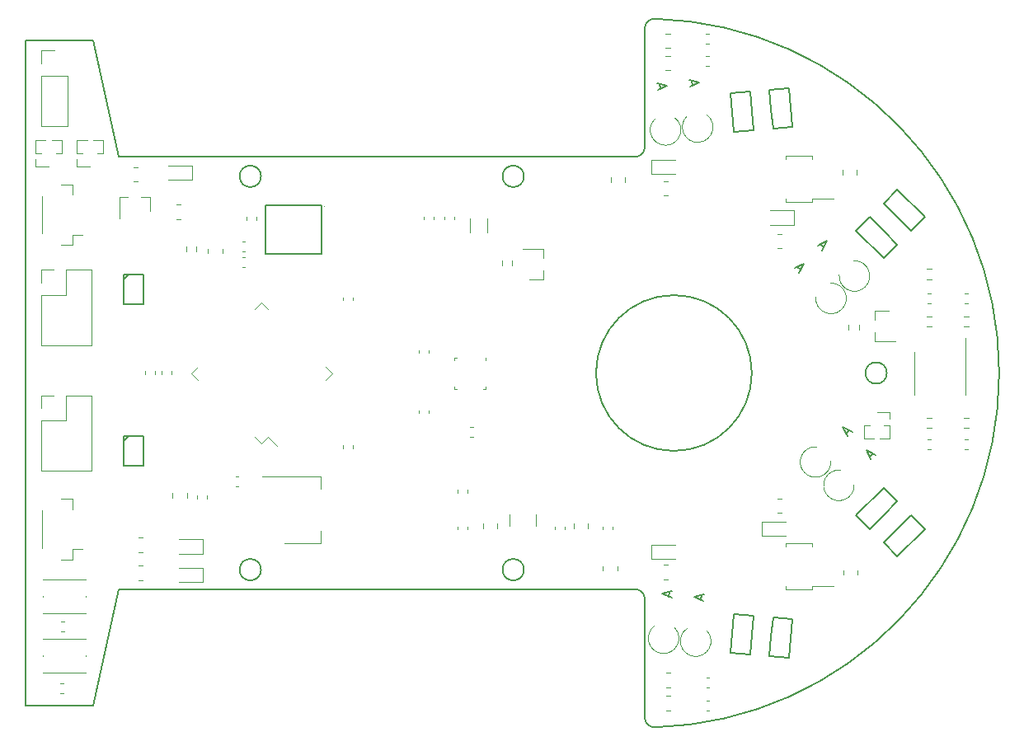
<source format=gbr>
%TF.GenerationSoftware,KiCad,Pcbnew,(5.1.7)-1*%
%TF.CreationDate,2021-11-24T18:57:27+09:00*%
%TF.ProjectId,Quatro,51756174-726f-42e6-9b69-6361645f7063,0*%
%TF.SameCoordinates,Original*%
%TF.FileFunction,Legend,Top*%
%TF.FilePolarity,Positive*%
%FSLAX46Y46*%
G04 Gerber Fmt 4.6, Leading zero omitted, Abs format (unit mm)*
G04 Created by KiCad (PCBNEW (5.1.7)-1) date 2021-11-24 18:57:27*
%MOMM*%
%LPD*%
G01*
G04 APERTURE LIST*
%TA.AperFunction,Profile*%
%ADD10C,0.200000*%
%TD*%
%ADD11C,0.120000*%
%ADD12C,0.127000*%
%ADD13C,0.100000*%
%ADD14C,0.150000*%
G04 APERTURE END LIST*
D10*
X170788838Y-58175084D02*
G75*
G02*
X170788843Y-130946030I-1028246J-36385473D01*
G01*
X169760594Y-71360558D02*
X169760594Y-59174685D01*
X110760595Y-60360557D02*
X113160593Y-60360557D01*
X157360593Y-114760556D02*
G75*
G03*
X157360593Y-114760556I-1100001J0D01*
G01*
X169760593Y-129946429D02*
X169760593Y-117760555D01*
X106160594Y-128760556D02*
X106160593Y-60360557D01*
X169760595Y-71360555D02*
G75*
G02*
X168760594Y-72360558I-1000002J-1D01*
G01*
X197128428Y-79950000D02*
X198542640Y-78535786D01*
X106160593Y-60360557D02*
X110760595Y-60360557D01*
X130360596Y-114760557D02*
G75*
G03*
X130360596Y-114760557I-1100001J0D01*
G01*
X195714214Y-78535787D02*
X197128428Y-79950000D01*
X194300000Y-77121573D02*
X195714214Y-78535787D01*
X180760595Y-94560557D02*
G75*
G03*
X180760595Y-94560557I-8000001J0D01*
G01*
X157360594Y-74360558D02*
G75*
G03*
X157360594Y-74360558I-1100001J0D01*
G01*
X130360597Y-74360557D02*
G75*
G03*
X130360597Y-74360557I-1100000J0D01*
G01*
X169760595Y-59174687D02*
G75*
G02*
X170788841Y-58175085I999999J2D01*
G01*
X170788842Y-130946030D02*
G75*
G02*
X169760593Y-129946429I-28249J999601D01*
G01*
X115760595Y-72360558D02*
X168760594Y-72360558D01*
X113160593Y-60360557D02*
X115760595Y-72360558D01*
X168760592Y-116760556D02*
G75*
G02*
X169760593Y-117760555I1J-1000000D01*
G01*
X113160595Y-128760558D02*
X106160594Y-128760556D01*
X115760595Y-116760556D02*
X113160595Y-128760558D01*
X168760593Y-116760556D02*
X115760595Y-116760556D01*
X195714214Y-107756901D02*
X194299999Y-106342687D01*
X180764400Y-67643148D02*
X180938710Y-69635540D01*
X184923487Y-69286914D02*
X184574865Y-65302137D01*
X182756788Y-67468837D02*
X182931100Y-69461226D01*
X182582477Y-65476446D02*
X182756788Y-67468837D01*
X194626591Y-94560557D02*
G75*
G03*
X194626591Y-94560557I-1099998J0D01*
G01*
X192885787Y-78535787D02*
X194300000Y-79950000D01*
X195714214Y-75707359D02*
X194300000Y-77121573D01*
X184574865Y-123818979D02*
X182582477Y-123644667D01*
X178946321Y-69809849D02*
X178597697Y-65825070D01*
X194300001Y-111999541D02*
X195714214Y-110585328D01*
X180938710Y-69635540D02*
X178946321Y-69809849D01*
X195714214Y-110585328D02*
X197128427Y-109171114D01*
X182931100Y-69461226D02*
X184923487Y-69286914D01*
X182931100Y-119659889D02*
X184923489Y-119834198D01*
X178597697Y-65825070D02*
X180590087Y-65650759D01*
X194300000Y-82778427D02*
X191471573Y-79950000D01*
X191471573Y-109171112D02*
X192885787Y-110585327D01*
X178597699Y-123296044D02*
X180590088Y-123470356D01*
X180938709Y-119485577D02*
X178946320Y-119311265D01*
X191471573Y-79950000D02*
X192885787Y-78535787D01*
X184923489Y-119834198D02*
X184574865Y-123818979D01*
X195714214Y-81364214D02*
X194300000Y-82778427D01*
X198542642Y-110585327D02*
X195714215Y-113413756D01*
X194299999Y-106342687D02*
X191471573Y-109171112D01*
X184574865Y-65302137D02*
X182582477Y-65476446D01*
X180590088Y-123470356D02*
X180764398Y-121477967D01*
X178946320Y-119311265D02*
X178597699Y-123296044D01*
X198542640Y-78535786D02*
X195714214Y-75707359D01*
X182582477Y-123644667D02*
X182756788Y-121652278D01*
X180764398Y-121477967D02*
X180938709Y-119485577D01*
X182756788Y-121652278D02*
X182931100Y-119659889D01*
X195714215Y-113413756D02*
X194300001Y-111999541D01*
X197128427Y-109171114D02*
X198542642Y-110585327D01*
X194300000Y-109171114D02*
X195714214Y-107756901D01*
X192885787Y-110585327D02*
X194300000Y-109171114D01*
X180590087Y-65650759D02*
X180764400Y-67643148D01*
X194300000Y-79950000D02*
X195714214Y-81364214D01*
D11*
%TO.C,U6*%
X153430000Y-93240000D02*
X153430000Y-92990000D01*
X150210000Y-96210000D02*
X150460000Y-96210000D01*
X150210000Y-95960000D02*
X150210000Y-96210000D01*
X150210000Y-92990000D02*
X150460000Y-92990000D01*
X150210000Y-93240000D02*
X150210000Y-92990000D01*
X153430000Y-96210000D02*
X153180000Y-96210000D01*
X153430000Y-95960000D02*
X153430000Y-96210000D01*
D12*
%TO.C,U5*%
X130850000Y-77300000D02*
X136550000Y-77300000D01*
X136550000Y-77300000D02*
X136550000Y-82300000D01*
X136550000Y-82300000D02*
X130850000Y-82300000D01*
X130850000Y-82300000D02*
X130850000Y-77300000D01*
D13*
X136850000Y-77450000D02*
G75*
G03*
X136850000Y-77450000I-50000J0D01*
G01*
D11*
%TO.C,22p1*%
X202623733Y-87440000D02*
X202916267Y-87440000D01*
X202623733Y-86420000D02*
X202916267Y-86420000D01*
%TO.C,22p2*%
X199126267Y-86420000D02*
X198833733Y-86420000D01*
X199126267Y-87440000D02*
X198833733Y-87440000D01*
%TO.C,22p3*%
X199126267Y-101390000D02*
X198833733Y-101390000D01*
X199126267Y-102410000D02*
X198833733Y-102410000D01*
%TO.C,22p4*%
X202623733Y-101390000D02*
X202916267Y-101390000D01*
X202623733Y-102410000D02*
X202916267Y-102410000D01*
%TO.C,C1*%
X176346267Y-60730000D02*
X176053733Y-60730000D01*
X176346267Y-59710000D02*
X176053733Y-59710000D01*
%TO.C,C2*%
X176346267Y-62990000D02*
X176053733Y-62990000D01*
X176346267Y-61970000D02*
X176053733Y-61970000D01*
%TO.C,C3*%
X176366267Y-126840000D02*
X176073733Y-126840000D01*
X176366267Y-125820000D02*
X176073733Y-125820000D01*
%TO.C,C4*%
X176366267Y-129200000D02*
X176073733Y-129200000D01*
X176366267Y-128180000D02*
X176073733Y-128180000D01*
%TO.C,C5*%
X150530000Y-106563733D02*
X150530000Y-106856267D01*
X151550000Y-106563733D02*
X151550000Y-106856267D01*
%TO.C,C6*%
X151853733Y-100090000D02*
X152146267Y-100090000D01*
X151853733Y-101110000D02*
X152146267Y-101110000D01*
%TO.C,C7*%
X147560000Y-92496267D02*
X147560000Y-92203733D01*
X146540000Y-92496267D02*
X146540000Y-92203733D01*
%TO.C,C8*%
X128890000Y-78553733D02*
X128890000Y-78846267D01*
X129910000Y-78553733D02*
X129910000Y-78846267D01*
%TO.C,C9*%
X147560000Y-98403733D02*
X147560000Y-98696267D01*
X146540000Y-98403733D02*
X146540000Y-98696267D01*
%TO.C,C10*%
X151550000Y-110606267D02*
X151550000Y-110313733D01*
X150530000Y-110606267D02*
X150530000Y-110313733D01*
%TO.C,C11*%
X160540000Y-110606267D02*
X160540000Y-110313733D01*
X161560000Y-110606267D02*
X161560000Y-110313733D01*
%TO.C,C12*%
X148110000Y-78477133D02*
X148110000Y-78769667D01*
X147090000Y-78477133D02*
X147090000Y-78769667D01*
%TO.C,C13*%
X149200000Y-78477133D02*
X149200000Y-78769667D01*
X150220000Y-78477133D02*
X150220000Y-78769667D01*
%TO.C,C14*%
X166490000Y-110606267D02*
X166490000Y-110313733D01*
X165470000Y-110606267D02*
X165470000Y-110313733D01*
%TO.C,C15*%
X110046267Y-126420000D02*
X109753733Y-126420000D01*
X110046267Y-127440000D02*
X109753733Y-127440000D01*
%TO.C,C16*%
X128726267Y-81040000D02*
X128433733Y-81040000D01*
X128726267Y-82060000D02*
X128433733Y-82060000D01*
%TO.C,C17*%
X128046267Y-105190000D02*
X127753733Y-105190000D01*
X128046267Y-106210000D02*
X127753733Y-106210000D01*
%TO.C,C18*%
X138790000Y-86803733D02*
X138790000Y-87096267D01*
X139810000Y-86803733D02*
X139810000Y-87096267D01*
%TO.C,C19*%
X119510000Y-94353733D02*
X119510000Y-94646267D01*
X118490000Y-94353733D02*
X118490000Y-94646267D01*
%TO.C,C20*%
X123760000Y-107173733D02*
X123760000Y-107466267D01*
X124780000Y-107173733D02*
X124780000Y-107466267D01*
%TO.C,C21*%
X120130000Y-94646267D02*
X120130000Y-94353733D01*
X121150000Y-94646267D02*
X121150000Y-94353733D01*
%TO.C,C22*%
X128726267Y-83670000D02*
X128433733Y-83670000D01*
X128726267Y-82650000D02*
X128433733Y-82650000D01*
%TO.C,C23*%
X139760000Y-102003733D02*
X139760000Y-102296267D01*
X138740000Y-102003733D02*
X138740000Y-102296267D01*
%TO.C,D1*%
X172863579Y-68360047D02*
G75*
G02*
X170798280Y-68480991I-963579J-1239953D01*
G01*
%TO.C,D2*%
X188841118Y-85330764D02*
G75*
G02*
X187336748Y-86750962I58882J-1569236D01*
G01*
%TO.C,D3*%
X188869236Y-103641118D02*
G75*
G02*
X187449038Y-102136748I-1569236J-58882D01*
G01*
%TO.C,D4*%
X172864256Y-120746208D02*
G75*
G02*
X170809331Y-120506680I-1164256J-1053792D01*
G01*
%TO.C,D5*%
X191241118Y-83030764D02*
G75*
G02*
X189736748Y-84450962I58882J-1569236D01*
G01*
%TO.C,D6*%
X191269236Y-106041118D02*
G75*
G02*
X189849038Y-104536748I-1569236J-58882D01*
G01*
%TO.C,D7*%
X176163579Y-68060047D02*
G75*
G02*
X174098280Y-68180991I-963579J-1239953D01*
G01*
%TO.C,D8*%
X176164256Y-121046208D02*
G75*
G02*
X174109331Y-120806680I-1164256J-1053792D01*
G01*
%TO.C,D9*%
X123320000Y-73225000D02*
X120860000Y-73225000D01*
X123320000Y-74695000D02*
X123320000Y-73225000D01*
X120860000Y-74695000D02*
X123320000Y-74695000D01*
%TO.C,D10*%
X124360000Y-111645000D02*
X121900000Y-111645000D01*
X124360000Y-113115000D02*
X124360000Y-111645000D01*
X121900000Y-113115000D02*
X124360000Y-113115000D01*
%TO.C,D11*%
X121900000Y-116015000D02*
X124360000Y-116015000D01*
X124360000Y-116015000D02*
X124360000Y-114545000D01*
X124360000Y-114545000D02*
X121900000Y-114545000D01*
%TO.C,D12*%
X172900000Y-72665000D02*
X170440000Y-72665000D01*
X170440000Y-72665000D02*
X170440000Y-74135000D01*
X170440000Y-74135000D02*
X172900000Y-74135000D01*
%TO.C,D13*%
X185060000Y-77865000D02*
X182600000Y-77865000D01*
X185060000Y-79335000D02*
X185060000Y-77865000D01*
X182600000Y-79335000D02*
X185060000Y-79335000D01*
%TO.C,D14*%
X181785000Y-111285000D02*
X184245000Y-111285000D01*
X181785000Y-109815000D02*
X181785000Y-111285000D01*
X184245000Y-109815000D02*
X181785000Y-109815000D01*
%TO.C,D15*%
X172900000Y-112205000D02*
X170440000Y-112205000D01*
X170440000Y-112205000D02*
X170440000Y-113675000D01*
X170440000Y-113675000D02*
X172900000Y-113675000D01*
%TO.C,J1*%
X112800000Y-73360000D02*
X111470000Y-73360000D01*
X111470000Y-73360000D02*
X111470000Y-72600000D01*
X111470000Y-71965000D02*
X111470000Y-70635000D01*
X112492470Y-70635000D02*
X111470000Y-70635000D01*
X114130000Y-70635000D02*
X113107530Y-70635000D01*
X114130000Y-71965000D02*
X114130000Y-70635000D01*
X112040000Y-71965000D02*
X111470000Y-71965000D01*
X114130000Y-71965000D02*
X113560000Y-71965000D01*
%TO.C,J2*%
X109880000Y-71965000D02*
X109310000Y-71965000D01*
X107790000Y-71965000D02*
X107220000Y-71965000D01*
X109880000Y-71965000D02*
X109880000Y-70635000D01*
X109880000Y-70635000D02*
X108857530Y-70635000D01*
X108242470Y-70635000D02*
X107220000Y-70635000D01*
X107220000Y-71965000D02*
X107220000Y-70635000D01*
X107220000Y-73360000D02*
X107220000Y-72600000D01*
X108550000Y-73360000D02*
X107220000Y-73360000D01*
%TO.C,J3*%
X193600000Y-98540000D02*
X194930000Y-98540000D01*
X194930000Y-98540000D02*
X194930000Y-99300000D01*
X194930000Y-99935000D02*
X194930000Y-101265000D01*
X193907530Y-101265000D02*
X194930000Y-101265000D01*
X192270000Y-101265000D02*
X193292470Y-101265000D01*
X192270000Y-99935000D02*
X192270000Y-101265000D01*
X194360000Y-99935000D02*
X194930000Y-99935000D01*
X192270000Y-99935000D02*
X192840000Y-99935000D01*
%TO.C,J4*%
X109860000Y-81410000D02*
X111010000Y-81410000D01*
X111010000Y-81410000D02*
X111010000Y-80360000D01*
X111010000Y-80360000D02*
X112000000Y-80360000D01*
X109860000Y-75190000D02*
X111010000Y-75190000D01*
X111010000Y-75190000D02*
X111010000Y-76240000D01*
X107890000Y-80240000D02*
X107890000Y-76360000D01*
%TO.C,J5*%
X107890000Y-112540000D02*
X107890000Y-108660000D01*
X111010000Y-107490000D02*
X111010000Y-108540000D01*
X109860000Y-107490000D02*
X111010000Y-107490000D01*
X111010000Y-112660000D02*
X112000000Y-112660000D01*
X111010000Y-113710000D02*
X111010000Y-112660000D01*
X109860000Y-113710000D02*
X111010000Y-113710000D01*
%TO.C,J6*%
X107770000Y-83970000D02*
X109100000Y-83970000D01*
X107770000Y-85300000D02*
X107770000Y-83970000D01*
X110370000Y-83970000D02*
X112970000Y-83970000D01*
X110370000Y-86570000D02*
X110370000Y-83970000D01*
X107770000Y-86570000D02*
X110370000Y-86570000D01*
X112970000Y-83970000D02*
X112970000Y-91710000D01*
X107770000Y-86570000D02*
X107770000Y-91710000D01*
X107770000Y-91710000D02*
X112970000Y-91710000D01*
%TO.C,J7*%
X107770000Y-104610000D02*
X112970000Y-104610000D01*
X107770000Y-99470000D02*
X107770000Y-104610000D01*
X112970000Y-96870000D02*
X112970000Y-104610000D01*
X107770000Y-99470000D02*
X110370000Y-99470000D01*
X110370000Y-99470000D02*
X110370000Y-96870000D01*
X110370000Y-96870000D02*
X112970000Y-96870000D01*
X107770000Y-98200000D02*
X107770000Y-96870000D01*
X107770000Y-96870000D02*
X109100000Y-96870000D01*
%TO.C,L1*%
X158600000Y-110262064D02*
X158600000Y-109057936D01*
X155880000Y-110262064D02*
X155880000Y-109057936D01*
%TO.C,Q1*%
X118950000Y-76490000D02*
X118950000Y-77950000D01*
X115790000Y-76490000D02*
X115790000Y-78650000D01*
X115790000Y-76490000D02*
X116720000Y-76490000D01*
X118950000Y-76490000D02*
X118020000Y-76490000D01*
%TO.C,Q2*%
X193370000Y-88150000D02*
X193370000Y-89080000D01*
X193370000Y-91310000D02*
X193370000Y-90380000D01*
X193370000Y-91310000D02*
X195530000Y-91310000D01*
X193370000Y-88150000D02*
X194830000Y-88150000D01*
%TO.C,Q3*%
X159360000Y-84967500D02*
X159360000Y-84037500D01*
X159360000Y-81807500D02*
X159360000Y-82737500D01*
X159360000Y-81807500D02*
X157200000Y-81807500D01*
X159360000Y-84967500D02*
X157900000Y-84967500D01*
%TO.C,R1*%
X172357064Y-59705000D02*
X171902936Y-59705000D01*
X172357064Y-61175000D02*
X171902936Y-61175000D01*
%TO.C,R2*%
X172357064Y-61965000D02*
X171902936Y-61965000D01*
X172357064Y-63435000D02*
X171902936Y-63435000D01*
%TO.C,R3*%
X172397064Y-125375000D02*
X171942936Y-125375000D01*
X172397064Y-126845000D02*
X171942936Y-126845000D01*
%TO.C,R4*%
X172397064Y-129205000D02*
X171942936Y-129205000D01*
X172397064Y-127735000D02*
X171942936Y-127735000D01*
%TO.C,R5*%
X117697064Y-74875000D02*
X117242936Y-74875000D01*
X117697064Y-73405000D02*
X117242936Y-73405000D01*
%TO.C,R6*%
X202515276Y-88767500D02*
X203024724Y-88767500D01*
X202515276Y-89812500D02*
X203024724Y-89812500D01*
%TO.C,R7*%
X199234724Y-89812500D02*
X198725276Y-89812500D01*
X199234724Y-88767500D02*
X198725276Y-88767500D01*
%TO.C,R8*%
X199234724Y-100182500D02*
X198725276Y-100182500D01*
X199234724Y-99137500D02*
X198725276Y-99137500D01*
%TO.C,R9*%
X202515276Y-99137500D02*
X203024724Y-99137500D01*
X202515276Y-100182500D02*
X203024724Y-100182500D01*
%TO.C,R10*%
X122697500Y-81575276D02*
X122697500Y-82084724D01*
X123742500Y-81575276D02*
X123742500Y-82084724D01*
%TO.C,R11*%
X126395000Y-82257064D02*
X126395000Y-81802936D01*
X124925000Y-82257064D02*
X124925000Y-81802936D01*
%TO.C,R12*%
X191535000Y-73722936D02*
X191535000Y-74177064D01*
X190065000Y-73722936D02*
X190065000Y-74177064D01*
%TO.C,R13*%
X191635000Y-114822936D02*
X191635000Y-115277064D01*
X190165000Y-114822936D02*
X190165000Y-115277064D01*
%TO.C,R14*%
X153175000Y-110032936D02*
X153175000Y-110487064D01*
X154645000Y-110032936D02*
X154645000Y-110487064D01*
%TO.C,R15*%
X151790000Y-78696336D02*
X151790000Y-80150464D01*
X153610000Y-78696336D02*
X153610000Y-80150464D01*
%TO.C,R16*%
X165465000Y-114827064D02*
X165465000Y-114372936D01*
X166935000Y-114827064D02*
X166935000Y-114372936D01*
%TO.C,R17*%
X163925000Y-110487064D02*
X163925000Y-110032936D01*
X162455000Y-110487064D02*
X162455000Y-110032936D01*
%TO.C,R18*%
X122087064Y-78735000D02*
X121632936Y-78735000D01*
X122087064Y-77265000D02*
X121632936Y-77265000D01*
%TO.C,R19*%
X191762500Y-89575276D02*
X191762500Y-90084724D01*
X190717500Y-89575276D02*
X190717500Y-90084724D01*
%TO.C,R20*%
X199234724Y-83877500D02*
X198725276Y-83877500D01*
X199234724Y-84922500D02*
X198725276Y-84922500D01*
%TO.C,R21*%
X117772936Y-111465000D02*
X118227064Y-111465000D01*
X117772936Y-112935000D02*
X118227064Y-112935000D01*
%TO.C,R22*%
X117772936Y-114365000D02*
X118227064Y-114365000D01*
X117772936Y-115835000D02*
X118227064Y-115835000D01*
%TO.C,R23*%
X171672936Y-76335000D02*
X172127064Y-76335000D01*
X171672936Y-74865000D02*
X172127064Y-74865000D01*
%TO.C,R24*%
X183827064Y-81735000D02*
X183372936Y-81735000D01*
X183827064Y-80265000D02*
X183372936Y-80265000D01*
%TO.C,R25*%
X183372936Y-107445000D02*
X183827064Y-107445000D01*
X183372936Y-108915000D02*
X183827064Y-108915000D01*
%TO.C,R26*%
X171672936Y-114265000D02*
X172127064Y-114265000D01*
X171672936Y-115735000D02*
X172127064Y-115735000D01*
%TO.C,R27*%
X156122500Y-83032776D02*
X156122500Y-83542224D01*
X155077500Y-83032776D02*
X155077500Y-83542224D01*
%TO.C,R28*%
X167735000Y-74472936D02*
X167735000Y-74927064D01*
X166265000Y-74472936D02*
X166265000Y-74927064D01*
%TO.C,R29*%
X121265000Y-106892936D02*
X121265000Y-107347064D01*
X122735000Y-106892936D02*
X122735000Y-107347064D01*
%TO.C,SW1*%
X107820000Y-69175000D02*
X110480000Y-69175000D01*
X107820000Y-64035000D02*
X107820000Y-69175000D01*
X110480000Y-64035000D02*
X110480000Y-69175000D01*
X107820000Y-64035000D02*
X110480000Y-64035000D01*
X107820000Y-62765000D02*
X107820000Y-61435000D01*
X107820000Y-61435000D02*
X109150000Y-61435000D01*
%TO.C,SW2*%
X112350000Y-123550000D02*
X112350000Y-123650000D01*
X107950000Y-125350000D02*
X112350000Y-125350000D01*
X112350000Y-121850000D02*
X107950000Y-121850000D01*
X107950000Y-123550000D02*
X107950000Y-123650000D01*
%TO.C,U1*%
X202690000Y-94600000D02*
X202690000Y-91000000D01*
X202690000Y-94600000D02*
X202690000Y-96800000D01*
X197470000Y-94600000D02*
X197470000Y-92400000D01*
X197470000Y-94600000D02*
X197470000Y-96800000D01*
%TO.C,U2*%
X130500000Y-105190000D02*
X136510000Y-105190000D01*
X132750000Y-112010000D02*
X136510000Y-112010000D01*
X136510000Y-105190000D02*
X136510000Y-106450000D01*
X136510000Y-112010000D02*
X136510000Y-110750000D01*
%TO.C,U3*%
X184240000Y-72570000D02*
X184240000Y-72240000D01*
X184240000Y-72240000D02*
X186960000Y-72240000D01*
X189140000Y-76630000D02*
X186960000Y-76630000D01*
X184240000Y-76960000D02*
X184240000Y-76630000D01*
X186960000Y-76960000D02*
X184240000Y-76960000D01*
X186960000Y-76960000D02*
X186960000Y-76630000D01*
X186960000Y-72240000D02*
X186960000Y-72570000D01*
%TO.C,U4*%
X184240000Y-112370000D02*
X184240000Y-112040000D01*
X184240000Y-112040000D02*
X186960000Y-112040000D01*
X189140000Y-116430000D02*
X186960000Y-116430000D01*
X184240000Y-116760000D02*
X184240000Y-116430000D01*
X186960000Y-116760000D02*
X184240000Y-116760000D01*
X186960000Y-116760000D02*
X186960000Y-116430000D01*
X186960000Y-112040000D02*
X186960000Y-112370000D01*
%TO.C,U7*%
X131081751Y-88025120D02*
X130410000Y-87353369D01*
X130410000Y-87353369D02*
X129738249Y-88025120D01*
X136964880Y-93908249D02*
X137636631Y-94580000D01*
X137636631Y-94580000D02*
X136964880Y-95251751D01*
X123855120Y-95251751D02*
X123183369Y-94580000D01*
X123183369Y-94580000D02*
X123855120Y-93908249D01*
X129738249Y-101134880D02*
X130410000Y-101806631D01*
X130410000Y-101806631D02*
X131081751Y-101134880D01*
X131081751Y-101134880D02*
X132029275Y-102082403D01*
D14*
%TO.C,U8*%
X118250000Y-87475000D02*
X118250000Y-84475000D01*
X116250000Y-87475000D02*
X118250000Y-87475000D01*
X116250000Y-84475000D02*
X116250000Y-87475000D01*
X118250000Y-84475000D02*
X116250000Y-84475000D01*
X116750000Y-84475000D02*
X116250000Y-84975000D01*
%TO.C,U9*%
X116750000Y-101075000D02*
X116250000Y-101575000D01*
X118250000Y-101075000D02*
X116250000Y-101075000D01*
X116250000Y-101075000D02*
X116250000Y-104075000D01*
X116250000Y-104075000D02*
X118250000Y-104075000D01*
X118250000Y-104075000D02*
X118250000Y-101075000D01*
D11*
%TO.C,C24*%
X110146267Y-120090000D02*
X109853733Y-120090000D01*
X110146267Y-121110000D02*
X109853733Y-121110000D01*
%TO.C,SW3*%
X112350000Y-117450000D02*
X112350000Y-117550000D01*
X107950000Y-119250000D02*
X112350000Y-119250000D01*
X112350000Y-115750000D02*
X107950000Y-115750000D01*
X107950000Y-117450000D02*
X107950000Y-117550000D01*
%TD*%
%TO.C,D1*%
D14*
X171317529Y-64854612D02*
X171359031Y-65328991D01*
X171024601Y-64784638D02*
X172049848Y-65029547D01*
X171082705Y-65448768D01*
%TO.C,D2*%
X185403525Y-83639227D02*
X185740242Y-83975944D01*
X185134151Y-83773914D02*
X186076960Y-83302509D01*
X185605555Y-84245318D01*
%TO.C,D3*%
X190459757Y-100775944D02*
X190796474Y-100439227D01*
X190594444Y-101045318D02*
X190123039Y-100102509D01*
X191065848Y-100573914D01*
%TO.C,D4*%
X172240968Y-117528991D02*
X172282470Y-117054612D01*
X172517294Y-117648768D02*
X171550151Y-117229547D01*
X172575398Y-116984638D01*
%TO.C,D5*%
X187803525Y-81339227D02*
X188140242Y-81675944D01*
X187534151Y-81473914D02*
X188476960Y-81002509D01*
X188005555Y-81945318D01*
%TO.C,D6*%
X192859757Y-103175944D02*
X193196474Y-102839227D01*
X192994444Y-103445318D02*
X192523039Y-102502509D01*
X193465848Y-102973914D01*
%TO.C,D7*%
X174617529Y-64554612D02*
X174659031Y-65028991D01*
X174324601Y-64484638D02*
X175349848Y-64729547D01*
X174382705Y-65148768D01*
%TO.C,D8*%
X175540968Y-117828991D02*
X175582470Y-117354612D01*
X175817294Y-117948768D02*
X174850151Y-117529547D01*
X175875398Y-117284638D01*
%TD*%
M02*

</source>
